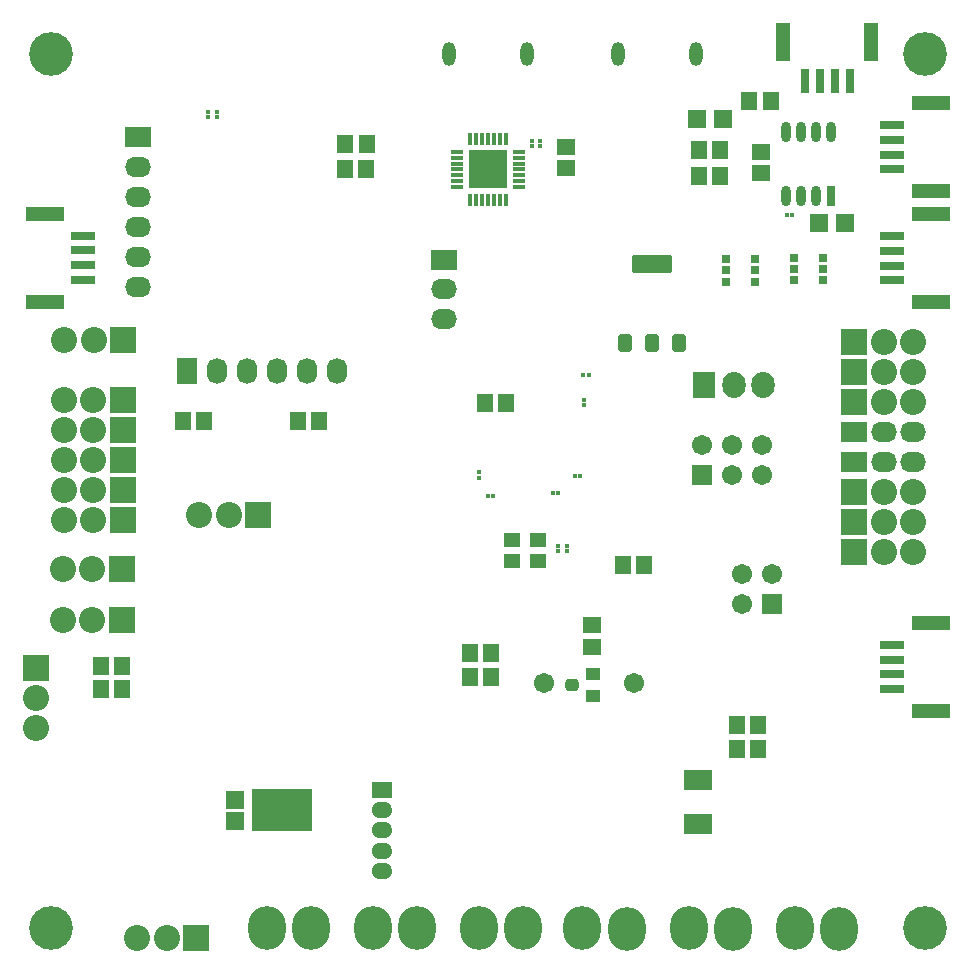
<source format=gbs>
G04*
G04 #@! TF.GenerationSoftware,Altium Limited,Altium Designer,20.1.8 (145)*
G04*
G04 Layer_Color=16711935*
%FSLAX25Y25*%
%MOIN*%
G70*
G04*
G04 #@! TF.SameCoordinates,80DC2721-EA0D-41AB-A6B1-568E3CCDEEEF*
G04*
G04*
G04 #@! TF.FilePolarity,Negative*
G04*
G01*
G75*
%ADD22R,0.05524X0.06312*%
%ADD23R,0.01378X0.01378*%
%ADD24R,0.01378X0.01378*%
%ADD27R,0.06312X0.05524*%
%ADD35R,0.04737X0.13005*%
%ADD36R,0.03162X0.08280*%
%ADD51R,0.13005X0.04737*%
%ADD52R,0.08280X0.03162*%
%ADD53C,0.08674*%
%ADD54R,0.08674X0.08674*%
%ADD55O,0.07690X0.08674*%
%ADD56R,0.07690X0.08674*%
%ADD57C,0.06706*%
%ADD58O,0.08674X0.06706*%
%ADD59R,0.08674X0.06706*%
%ADD60O,0.06942X0.05328*%
%ADD61R,0.06942X0.05328*%
%ADD62R,0.08674X0.08674*%
%ADD63O,0.06706X0.08674*%
%ADD64R,0.06706X0.08674*%
%ADD65C,0.14580*%
%ADD66O,0.12611X0.14580*%
%ADD67O,0.04343X0.07887*%
%ADD68R,0.06706X0.06706*%
%ADD69O,0.08674X0.06800*%
%ADD70R,0.08674X0.06800*%
%ADD71R,0.06706X0.06706*%
%ADD72C,0.01887*%
%ADD154R,0.05524X0.04540*%
%ADD155R,0.06312X0.06312*%
%ADD156R,0.03162X0.06902*%
%ADD157O,0.03162X0.06902*%
%ADD158R,0.03162X0.02769*%
%ADD159R,0.04627X0.03958*%
G04:AMPARAMS|DCode=160|XSize=46.27mil|YSize=39.58mil|CornerRadius=11.89mil|HoleSize=0mil|Usage=FLASHONLY|Rotation=180.000|XOffset=0mil|YOffset=0mil|HoleType=Round|Shape=RoundedRectangle|*
%AMROUNDEDRECTD160*
21,1,0.04627,0.01579,0,0,180.0*
21,1,0.02248,0.03958,0,0,180.0*
1,1,0.02379,-0.01124,0.00789*
1,1,0.02379,0.01124,0.00789*
1,1,0.02379,0.01124,-0.00789*
1,1,0.02379,-0.01124,-0.00789*
%
%ADD160ROUNDEDRECTD160*%
G04:AMPARAMS|DCode=161|XSize=135.56mil|YSize=59.58mil|CornerRadius=7.87mil|HoleSize=0mil|Usage=FLASHONLY|Rotation=180.000|XOffset=0mil|YOffset=0mil|HoleType=Round|Shape=RoundedRectangle|*
%AMROUNDEDRECTD161*
21,1,0.13556,0.04384,0,0,180.0*
21,1,0.11982,0.05958,0,0,180.0*
1,1,0.01574,-0.05991,0.02192*
1,1,0.01574,0.05991,0.02192*
1,1,0.01574,0.05991,-0.02192*
1,1,0.01574,-0.05991,-0.02192*
%
%ADD161ROUNDEDRECTD161*%
G04:AMPARAMS|DCode=162|XSize=44.61mil|YSize=59.58mil|CornerRadius=6.75mil|HoleSize=0mil|Usage=FLASHONLY|Rotation=180.000|XOffset=0mil|YOffset=0mil|HoleType=Round|Shape=RoundedRectangle|*
%AMROUNDEDRECTD162*
21,1,0.04461,0.04608,0,0,180.0*
21,1,0.03112,0.05958,0,0,180.0*
1,1,0.01349,-0.01556,0.02304*
1,1,0.01349,0.01556,0.02304*
1,1,0.01349,0.01556,-0.02304*
1,1,0.01349,-0.01556,-0.02304*
%
%ADD162ROUNDEDRECTD162*%
%ADD163R,0.09383X0.06784*%
%ADD164R,0.13005X0.13005*%
%ADD165R,0.04343X0.01800*%
%ADD166R,0.01800X0.04343*%
%ADD167R,0.06312X0.06272*%
%ADD168R,0.19934X0.14028*%
D22*
X300984Y231398D02*
D03*
X308071D02*
D03*
X208366Y371555D02*
D03*
X215453D02*
D03*
X208268Y363189D02*
D03*
X215354D02*
D03*
X350098Y386024D02*
D03*
X343012D02*
D03*
X256988Y202067D02*
D03*
X249902D02*
D03*
X249902Y193996D02*
D03*
X256988D02*
D03*
X261910Y285433D02*
D03*
X254823D02*
D03*
X192421Y279232D02*
D03*
X199508D02*
D03*
X154232Y279429D02*
D03*
X161319D02*
D03*
X326083Y361122D02*
D03*
X333169D02*
D03*
X333169Y369685D02*
D03*
X326083D02*
D03*
X346063Y177953D02*
D03*
X338976D02*
D03*
X346063Y170079D02*
D03*
X338976D02*
D03*
X133858Y189961D02*
D03*
X126772D02*
D03*
X126772Y197835D02*
D03*
X133858D02*
D03*
D23*
X357283Y348031D02*
D03*
X355512D02*
D03*
X286614Y261122D02*
D03*
X284842D02*
D03*
X279331Y255315D02*
D03*
X277559D02*
D03*
X255807Y254232D02*
D03*
X257579D02*
D03*
X287697Y294783D02*
D03*
X289469D02*
D03*
D24*
X270472Y372736D02*
D03*
Y370965D02*
D03*
X273327Y372736D02*
D03*
Y370965D02*
D03*
X165650Y380512D02*
D03*
Y382283D02*
D03*
X162598Y380512D02*
D03*
Y382283D02*
D03*
X282185Y237697D02*
D03*
Y235925D02*
D03*
X279331Y237697D02*
D03*
Y235925D02*
D03*
X287894Y286319D02*
D03*
Y284547D02*
D03*
X252756Y260433D02*
D03*
Y262205D02*
D03*
D27*
X281890Y363583D02*
D03*
Y370669D02*
D03*
X346850Y361910D02*
D03*
Y368996D02*
D03*
X290748Y204134D02*
D03*
Y211221D02*
D03*
D35*
X354331Y405512D02*
D03*
X383731D02*
D03*
D36*
X361667Y392712D02*
D03*
X366588D02*
D03*
X371510D02*
D03*
X376431D02*
D03*
D51*
X108268Y348425D02*
D03*
Y319025D02*
D03*
X403544Y348321D02*
D03*
Y318920D02*
D03*
Y212061D02*
D03*
Y182661D02*
D03*
Y385289D02*
D03*
Y355889D02*
D03*
D52*
X121068Y341125D02*
D03*
Y336204D02*
D03*
Y331283D02*
D03*
Y326361D02*
D03*
X390744Y340984D02*
D03*
Y336063D02*
D03*
Y331142D02*
D03*
Y326220D02*
D03*
Y204724D02*
D03*
Y199803D02*
D03*
Y194882D02*
D03*
Y189961D02*
D03*
Y377953D02*
D03*
Y373031D02*
D03*
Y368110D02*
D03*
Y363189D02*
D03*
D53*
X124016Y213090D02*
D03*
X114173D02*
D03*
X124016Y230118D02*
D03*
X114173D02*
D03*
X148819Y107087D02*
D03*
X138976D02*
D03*
X169488Y248031D02*
D03*
X159646D02*
D03*
X124508Y306299D02*
D03*
X114665D02*
D03*
X105315Y187008D02*
D03*
Y177165D02*
D03*
X397638Y235591D02*
D03*
X387795D02*
D03*
X397638Y245590D02*
D03*
X387795D02*
D03*
X397638Y255591D02*
D03*
X387795D02*
D03*
X397638Y285591D02*
D03*
X387795D02*
D03*
X397638Y295590D02*
D03*
X387795D02*
D03*
X397638Y305591D02*
D03*
X387795D02*
D03*
X124311Y246339D02*
D03*
X114469D02*
D03*
X124311Y256339D02*
D03*
X114469D02*
D03*
X124311Y266339D02*
D03*
X114469D02*
D03*
X124311Y276339D02*
D03*
X114469D02*
D03*
X124311Y286339D02*
D03*
X114469D02*
D03*
D54*
X133858Y213090D02*
D03*
Y230118D02*
D03*
X158661Y107087D02*
D03*
X179331Y248031D02*
D03*
X134350Y306299D02*
D03*
X377953Y235591D02*
D03*
Y245590D02*
D03*
Y255591D02*
D03*
Y285591D02*
D03*
Y295590D02*
D03*
Y305591D02*
D03*
X134153Y246339D02*
D03*
Y256339D02*
D03*
Y266339D02*
D03*
Y276339D02*
D03*
Y286339D02*
D03*
D55*
X337795Y291339D02*
D03*
X347638D02*
D03*
D56*
X327953D02*
D03*
D57*
X274508Y192028D02*
D03*
X304429D02*
D03*
X337402Y261260D02*
D03*
X347402D02*
D03*
X327402Y271260D02*
D03*
X337402D02*
D03*
X347402D02*
D03*
X340689Y228307D02*
D03*
X350689D02*
D03*
X340689Y218307D02*
D03*
D58*
X139370Y324055D02*
D03*
Y334055D02*
D03*
Y344055D02*
D03*
Y354055D02*
D03*
Y364055D02*
D03*
X241339Y323327D02*
D03*
Y313484D02*
D03*
D59*
X139370Y374055D02*
D03*
X241339Y333169D02*
D03*
D60*
X220472Y129410D02*
D03*
Y136142D02*
D03*
Y142874D02*
D03*
Y149606D02*
D03*
D61*
Y156339D02*
D03*
D62*
X105315Y196850D02*
D03*
D63*
X205709Y296161D02*
D03*
X195709D02*
D03*
X185709D02*
D03*
X175709D02*
D03*
X165709D02*
D03*
D64*
X155709D02*
D03*
D65*
X110236Y110236D02*
D03*
X401575D02*
D03*
Y401575D02*
D03*
X110236D02*
D03*
D66*
X302102Y110036D02*
D03*
X287402Y110236D02*
D03*
X196850D02*
D03*
X182150Y110436D02*
D03*
X372968Y110036D02*
D03*
X358268Y110236D02*
D03*
X232283D02*
D03*
X217583Y110436D02*
D03*
X337535Y110036D02*
D03*
X322835Y110236D02*
D03*
X267717D02*
D03*
X253016Y110436D02*
D03*
D67*
X242913Y401575D02*
D03*
X268898D02*
D03*
X299213D02*
D03*
X325197D02*
D03*
D68*
X327402Y261260D02*
D03*
D69*
X397638Y265591D02*
D03*
X387795D02*
D03*
X397638Y275590D02*
D03*
X387795D02*
D03*
D70*
X377953Y265591D02*
D03*
Y275590D02*
D03*
D71*
X350689Y218307D02*
D03*
D72*
X299702Y114936D02*
D03*
X297802Y113136D02*
D03*
X307302Y110036D02*
D03*
X306502Y106836D02*
D03*
X302102Y104236D02*
D03*
X304602Y105136D02*
D03*
X299202Y105236D02*
D03*
X297302Y107436D02*
D03*
X297002Y110336D02*
D03*
X302202Y115836D02*
D03*
X306702Y113036D02*
D03*
X292502Y110136D02*
D03*
X291902Y107136D02*
D03*
X289902Y105236D02*
D03*
X287302Y104336D02*
D03*
X284502Y105336D02*
D03*
X282602Y107436D02*
D03*
X282202Y110536D02*
D03*
X282902Y113436D02*
D03*
X284602Y115236D02*
D03*
X287302Y116036D02*
D03*
X290202Y115036D02*
D03*
X292002Y113136D02*
D03*
X194450Y115136D02*
D03*
X192550Y113336D02*
D03*
X202050Y110236D02*
D03*
X201250Y107036D02*
D03*
X196850Y104436D02*
D03*
X199350Y105336D02*
D03*
X193950Y105436D02*
D03*
X192050Y107636D02*
D03*
X191750Y110536D02*
D03*
X196950Y116036D02*
D03*
X201450Y113236D02*
D03*
X187250Y110336D02*
D03*
X186650Y107336D02*
D03*
X184650Y105436D02*
D03*
X182050Y104536D02*
D03*
X179250Y105536D02*
D03*
X177350Y107636D02*
D03*
X176950Y110736D02*
D03*
X177650Y113636D02*
D03*
X179350Y115436D02*
D03*
X182050Y116236D02*
D03*
X184950Y115236D02*
D03*
X186750Y113336D02*
D03*
X370568Y114936D02*
D03*
X368668Y113136D02*
D03*
X378168Y110036D02*
D03*
X377368Y106836D02*
D03*
X372968Y104236D02*
D03*
X375468Y105136D02*
D03*
X370068Y105236D02*
D03*
X368168Y107436D02*
D03*
X367868Y110336D02*
D03*
X373068Y115836D02*
D03*
X377568Y113036D02*
D03*
X363368Y110136D02*
D03*
X362768Y107136D02*
D03*
X360768Y105236D02*
D03*
X358168Y104336D02*
D03*
X355368Y105336D02*
D03*
X353468Y107436D02*
D03*
X353068Y110536D02*
D03*
X353768Y113436D02*
D03*
X355468Y115236D02*
D03*
X358168Y116036D02*
D03*
X361068Y115036D02*
D03*
X362868Y113136D02*
D03*
X229884Y115136D02*
D03*
X227983Y113336D02*
D03*
X237484Y110236D02*
D03*
X236684Y107036D02*
D03*
X232283Y104436D02*
D03*
X234784Y105336D02*
D03*
X229383Y105436D02*
D03*
X227484Y107636D02*
D03*
X227184Y110536D02*
D03*
X232383Y116036D02*
D03*
X236883Y113236D02*
D03*
X222684Y110336D02*
D03*
X222083Y107336D02*
D03*
X220083Y105436D02*
D03*
X217483Y104536D02*
D03*
X214684Y105536D02*
D03*
X212784Y107636D02*
D03*
X212384Y110736D02*
D03*
X213084Y113636D02*
D03*
X214784Y115436D02*
D03*
X217483Y116236D02*
D03*
X220384Y115236D02*
D03*
X222183Y113336D02*
D03*
X335135Y114936D02*
D03*
X333235Y113136D02*
D03*
X342735Y110036D02*
D03*
X341935Y106836D02*
D03*
X337535Y104236D02*
D03*
X340035Y105136D02*
D03*
X334635Y105236D02*
D03*
X332735Y107436D02*
D03*
X332435Y110336D02*
D03*
X337635Y115836D02*
D03*
X342135Y113036D02*
D03*
X327935Y110136D02*
D03*
X327335Y107136D02*
D03*
X325335Y105236D02*
D03*
X322735Y104336D02*
D03*
X319935Y105336D02*
D03*
X318035Y107436D02*
D03*
X317635Y110536D02*
D03*
X318335Y113436D02*
D03*
X320035Y115236D02*
D03*
X322735Y116036D02*
D03*
X325635Y115036D02*
D03*
X327435Y113136D02*
D03*
X265317Y115136D02*
D03*
X263417Y113336D02*
D03*
X272917Y110236D02*
D03*
X272116Y107036D02*
D03*
X267717Y104436D02*
D03*
X270216Y105336D02*
D03*
X264816Y105436D02*
D03*
X262916Y107636D02*
D03*
X262616Y110536D02*
D03*
X267816Y116036D02*
D03*
X272317Y113236D02*
D03*
X258117Y110336D02*
D03*
X257517Y107336D02*
D03*
X255517Y105436D02*
D03*
X252917Y104536D02*
D03*
X250116Y105536D02*
D03*
X248217Y107636D02*
D03*
X247816Y110736D02*
D03*
X248517Y113636D02*
D03*
X250217Y115436D02*
D03*
X252917Y116236D02*
D03*
X255817Y115236D02*
D03*
X257616Y113336D02*
D03*
D154*
X272441Y239567D02*
D03*
Y232677D02*
D03*
X263779Y239567D02*
D03*
Y232677D02*
D03*
D155*
X375000Y345374D02*
D03*
X366339D02*
D03*
X334252Y379921D02*
D03*
X325590D02*
D03*
D156*
X370354Y354331D02*
D03*
D157*
X365354D02*
D03*
X360354D02*
D03*
X355354D02*
D03*
X370354Y375590D02*
D03*
X365354D02*
D03*
X360354D02*
D03*
X355354D02*
D03*
D158*
X344783Y333268D02*
D03*
Y329528D02*
D03*
Y325787D02*
D03*
X335138Y333268D02*
D03*
Y329528D02*
D03*
Y325787D02*
D03*
X367618Y333661D02*
D03*
Y329921D02*
D03*
Y326181D02*
D03*
X357972Y333661D02*
D03*
Y329921D02*
D03*
Y326181D02*
D03*
D159*
X290760Y195040D02*
D03*
Y187560D02*
D03*
D160*
X283760Y191240D02*
D03*
D161*
X310433Y331575D02*
D03*
D162*
X301417Y305236D02*
D03*
X310433D02*
D03*
X319449D02*
D03*
D163*
X325984Y159646D02*
D03*
Y145161D02*
D03*
D164*
X255906Y363189D02*
D03*
D165*
X245709Y369094D02*
D03*
Y367126D02*
D03*
Y365158D02*
D03*
Y363189D02*
D03*
Y361221D02*
D03*
Y359252D02*
D03*
Y357283D02*
D03*
X266102D02*
D03*
Y359252D02*
D03*
Y361221D02*
D03*
Y363189D02*
D03*
Y365158D02*
D03*
Y367126D02*
D03*
Y369094D02*
D03*
D166*
X250000Y352992D02*
D03*
X251969D02*
D03*
X253937D02*
D03*
X255906D02*
D03*
X257874D02*
D03*
X259842D02*
D03*
X261811D02*
D03*
Y373386D02*
D03*
X259842D02*
D03*
X257874D02*
D03*
X255906D02*
D03*
X253937D02*
D03*
X251969D02*
D03*
X250000D02*
D03*
D167*
X171653Y145905D02*
D03*
Y153150D02*
D03*
D168*
X187331Y149528D02*
D03*
M02*

</source>
